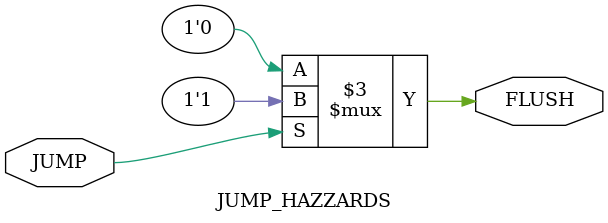
<source format=v>
module JUMP_HAZZARDS(
    JUMP,
    FLUSH
);

    input JUMP;             // Input signal indicating a jump instruction
    output reg FLUSH;       // Output signal to initiate pipeline flush

    always @(*) begin
        if (JUMP) begin
            FLUSH = 1'b1;  // If jump instruction is detected, set flush signal to high
        end
        else begin
            FLUSH = 1'b0;  // Otherwise, keep flush signal low
        end
    end
    
endmodule


</source>
